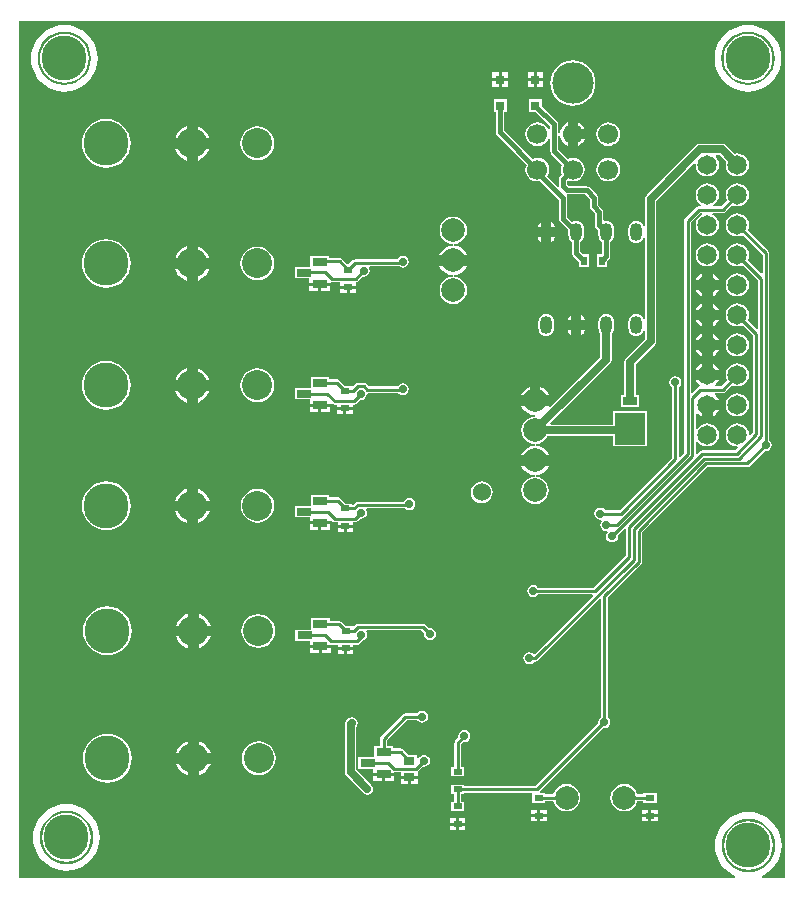
<source format=gbl>
G04*
G04 #@! TF.GenerationSoftware,Altium Limited,Altium Designer,18.1.6 (161)*
G04*
G04 Layer_Physical_Order=2*
G04 Layer_Color=16711680*
%FSLAX44Y44*%
%MOMM*%
G71*
G01*
G75*
%ADD12C,0.2540*%
%ADD40R,1.2500X0.6500*%
%ADD41R,1.2700X0.7620*%
%ADD42R,2.5400X2.6670*%
%ADD45R,0.9000X0.7000*%
%ADD46R,0.8000X0.5000*%
%ADD47R,0.5000X0.8000*%
%ADD53C,0.6350*%
%ADD56C,1.5240*%
%ADD57C,3.8100*%
%ADD58C,2.5400*%
%ADD59C,2.0000*%
%ADD60C,1.6510*%
%ADD61C,1.7000*%
%ADD62C,3.5000*%
%ADD63O,1.0160X1.5240*%
%ADD64C,0.7000*%
%ADD65R,0.8000X0.8000*%
%ADD66C,0.3810*%
G36*
X992917Y142531D02*
X997154Y141246D01*
X1001059Y139158D01*
X1004482Y136349D01*
X1007291Y132926D01*
X1009379Y129021D01*
X1010664Y124784D01*
X1011098Y120377D01*
X1010664Y115971D01*
X1009379Y111733D01*
X1007291Y107828D01*
X1004482Y104405D01*
X1001059Y101596D01*
X997154Y99509D01*
X992917Y98223D01*
X988510Y97789D01*
X984104Y98223D01*
X979866Y99509D01*
X975961Y101596D01*
X972538Y104405D01*
X969729Y107828D01*
X967642Y111733D01*
X966357Y115971D01*
X965922Y120377D01*
X966357Y124784D01*
X967642Y129021D01*
X969729Y132926D01*
X972538Y136349D01*
X975961Y139158D01*
X979866Y141246D01*
X984104Y142531D01*
X988510Y142965D01*
X992917Y142531D01*
D02*
G37*
G36*
X1019464Y632929D02*
X1019464Y543595D01*
X1019464Y543595D01*
X1019464Y543595D01*
X1019464Y364927D01*
X1019465Y275593D01*
Y93195D01*
X999879D01*
X999626Y94465D01*
X1001350Y95179D01*
X1005134Y97497D01*
X1008508Y100379D01*
X1011390Y103754D01*
X1013709Y107538D01*
X1015407Y111638D01*
X1016443Y115953D01*
X1016792Y120377D01*
X1016443Y124801D01*
X1015407Y129117D01*
X1013709Y133217D01*
X1011390Y137001D01*
X1008508Y140375D01*
X1005134Y143257D01*
X1001350Y145576D01*
X997250Y147274D01*
X992934Y148310D01*
X988510Y148659D01*
X984086Y148310D01*
X979771Y147274D01*
X975671Y145576D01*
X971887Y143257D01*
X968512Y140375D01*
X965630Y137001D01*
X963312Y133217D01*
X961613Y129117D01*
X960577Y124801D01*
X960229Y120377D01*
X960577Y115953D01*
X961613Y111638D01*
X963312Y107538D01*
X965630Y103754D01*
X968512Y100379D01*
X971887Y97497D01*
X975671Y95179D01*
X977394Y94465D01*
X977142Y93195D01*
X371038Y93195D01*
X371038Y818578D01*
X1019464D01*
X1019464Y632929D01*
D02*
G37*
%LPC*%
G36*
X988510Y141051D02*
X984477Y140654D01*
X980599Y139477D01*
X977025Y137567D01*
X973892Y134996D01*
X971321Y131863D01*
X969410Y128289D01*
X968234Y124410D01*
X967837Y120377D01*
X968234Y116344D01*
X969410Y112466D01*
X971321Y108892D01*
X973892Y105759D01*
X977025Y103188D01*
X980599Y101277D01*
X984477Y100101D01*
X988510Y99704D01*
X992543Y100101D01*
X996422Y101277D01*
X999996Y103188D01*
X1003129Y105759D01*
X1005700Y108892D01*
X1007610Y112466D01*
X1008787Y116344D01*
X1009184Y120377D01*
X1008787Y124410D01*
X1007610Y128289D01*
X1005700Y131863D01*
X1003129Y134996D01*
X999996Y137567D01*
X996422Y139477D01*
X992543Y140654D01*
X988510Y141051D01*
D02*
G37*
G36*
X814690Y775362D02*
X809460D01*
Y770132D01*
X814690D01*
Y775362D01*
D02*
G37*
G36*
X784690D02*
X779460D01*
Y770132D01*
X784690D01*
Y775362D01*
D02*
G37*
G36*
X806920D02*
X801690D01*
Y770132D01*
X806920D01*
Y775362D01*
D02*
G37*
G36*
X776920D02*
X771690D01*
Y770132D01*
X776920D01*
Y775362D01*
D02*
G37*
G36*
X814690Y767592D02*
X809460D01*
Y762362D01*
X814690D01*
Y767592D01*
D02*
G37*
G36*
X806920D02*
X801690D01*
Y762362D01*
X806920D01*
Y767592D01*
D02*
G37*
G36*
X784690D02*
X779460D01*
Y762362D01*
X784690D01*
Y767592D01*
D02*
G37*
G36*
X776920D02*
X771690D01*
Y762362D01*
X776920D01*
Y767592D01*
D02*
G37*
G36*
X988137Y815131D02*
X983713Y814783D01*
X979398Y813747D01*
X975298Y812048D01*
X971514Y809730D01*
X968139Y806848D01*
X965257Y803473D01*
X962938Y799689D01*
X961240Y795589D01*
X960204Y791274D01*
X959856Y786850D01*
X960204Y782426D01*
X961240Y778110D01*
X962938Y774010D01*
X965257Y770226D01*
X968139Y766852D01*
X971514Y763970D01*
X975298Y761651D01*
X979398Y759953D01*
X983713Y758917D01*
X988137Y758568D01*
X992561Y758917D01*
X996876Y759953D01*
X1000976Y761651D01*
X1004760Y763970D01*
X1008135Y766852D01*
X1011017Y770226D01*
X1013336Y774010D01*
X1015034Y778110D01*
X1016070Y782426D01*
X1016418Y786850D01*
X1016070Y791274D01*
X1015034Y795589D01*
X1013336Y799689D01*
X1011017Y803473D01*
X1008135Y806848D01*
X1004760Y809730D01*
X1000976Y812048D01*
X996876Y813747D01*
X992561Y814783D01*
X988137Y815131D01*
D02*
G37*
G36*
X409279Y815114D02*
X404855Y814766D01*
X400539Y813730D01*
X396439Y812031D01*
X392655Y809713D01*
X389281Y806831D01*
X386399Y803456D01*
X384080Y799672D01*
X382382Y795572D01*
X381346Y791257D01*
X380998Y786833D01*
X381346Y782409D01*
X382382Y778093D01*
X384080Y773993D01*
X386399Y770210D01*
X389281Y766835D01*
X392655Y763953D01*
X396439Y761634D01*
X400539Y759936D01*
X404855Y758900D01*
X409279Y758552D01*
X413703Y758900D01*
X418018Y759936D01*
X422118Y761634D01*
X425902Y763953D01*
X429277Y766835D01*
X432159Y770210D01*
X434477Y773993D01*
X436176Y778093D01*
X437212Y782409D01*
X437560Y786833D01*
X437212Y791257D01*
X436176Y795572D01*
X434477Y799672D01*
X432159Y803456D01*
X429277Y806831D01*
X425902Y809713D01*
X422118Y812031D01*
X418018Y813730D01*
X413703Y814766D01*
X409279Y815114D01*
D02*
G37*
G36*
X839851Y784999D02*
X836121Y784632D01*
X832535Y783544D01*
X829230Y781777D01*
X826334Y779400D01*
X823956Y776503D01*
X822190Y773198D01*
X821102Y769612D01*
X820735Y765883D01*
X821102Y762153D01*
X822190Y758567D01*
X823956Y755262D01*
X826334Y752366D01*
X829230Y749988D01*
X832535Y748222D01*
X836121Y747134D01*
X839851Y746767D01*
X843580Y747134D01*
X847166Y748222D01*
X850471Y749988D01*
X853368Y752366D01*
X855745Y755262D01*
X857512Y758567D01*
X858599Y762153D01*
X858967Y765883D01*
X858599Y769612D01*
X857512Y773198D01*
X855745Y776503D01*
X853368Y779400D01*
X850471Y781777D01*
X847166Y783544D01*
X843580Y784632D01*
X839851Y784999D01*
D02*
G37*
G36*
X844296Y732748D02*
Y727128D01*
X849916D01*
X849459Y728230D01*
X847696Y730528D01*
X845398Y732291D01*
X844296Y732748D01*
D02*
G37*
G36*
X813714Y752386D02*
X802666D01*
Y741338D01*
X808770D01*
X820654Y729454D01*
Y726114D01*
X819384Y725862D01*
X818607Y727738D01*
X817000Y729832D01*
X814906Y731439D01*
X812467Y732449D01*
X809851Y732793D01*
X807234Y732449D01*
X804796Y731439D01*
X802701Y729832D01*
X801095Y727738D01*
X800085Y725300D01*
X799740Y722683D01*
X800085Y720066D01*
X801095Y717627D01*
X802701Y715534D01*
X804796Y713927D01*
X807234Y712917D01*
X809851Y712572D01*
X812467Y712917D01*
X814906Y713927D01*
X817000Y715534D01*
X818607Y717627D01*
X819384Y719504D01*
X820654Y719251D01*
Y708383D01*
X820920Y707046D01*
X821678Y705911D01*
X830731Y696859D01*
X830085Y695300D01*
X829740Y692683D01*
X830085Y690066D01*
X830731Y688507D01*
X829059Y686835D01*
X828301Y685701D01*
X828035Y684363D01*
Y678736D01*
X826936Y678182D01*
X826808Y678166D01*
X818060Y686915D01*
X818607Y687627D01*
X819617Y690066D01*
X819961Y692683D01*
X819617Y695300D01*
X818607Y697738D01*
X817000Y699832D01*
X814906Y701439D01*
X812467Y702449D01*
X809851Y702793D01*
X807234Y702449D01*
X805675Y701803D01*
X781686Y725792D01*
Y741338D01*
X783714D01*
Y752386D01*
X772666D01*
Y741338D01*
X774694D01*
Y724343D01*
X774960Y723006D01*
X775718Y721871D01*
X800731Y696859D01*
X800085Y695300D01*
X799740Y692683D01*
X800085Y690066D01*
X801095Y687627D01*
X802701Y685534D01*
X804796Y683927D01*
X807234Y682917D01*
X809851Y682572D01*
X812204Y682882D01*
X827817Y667268D01*
Y651158D01*
X828083Y649819D01*
X828841Y648685D01*
X836049Y641478D01*
Y637221D01*
X836276Y635497D01*
X836941Y633890D01*
X838000Y632511D01*
X839214Y631579D01*
Y622120D01*
X839480Y620782D01*
X840238Y619648D01*
X845351Y614534D01*
Y609931D01*
X853400D01*
Y620979D01*
X848796D01*
X846206Y623568D01*
Y631579D01*
X847420Y632511D01*
X848478Y633890D01*
X849144Y635497D01*
X849371Y637221D01*
Y642301D01*
X849144Y644025D01*
X848478Y645631D01*
X847420Y647011D01*
X846040Y648069D01*
X844434Y648735D01*
X842710Y648962D01*
X840986Y648735D01*
X839379Y648069D01*
X839360Y648055D01*
X834809Y652606D01*
Y668717D01*
X834543Y670054D01*
X834336Y670364D01*
X834546Y670931D01*
X835058Y671570D01*
X850161D01*
X854190Y667542D01*
Y661373D01*
X854456Y660035D01*
X855214Y658901D01*
X858515Y655600D01*
Y645349D01*
X858781Y644011D01*
X859539Y642877D01*
X861449Y640966D01*
Y637221D01*
X861676Y635497D01*
X862341Y633890D01*
X863400Y632511D01*
X864614Y631579D01*
Y620979D01*
X860351D01*
Y609931D01*
X868400D01*
Y614534D01*
X870582Y616717D01*
X870582Y616717D01*
X871340Y617851D01*
X871606Y619189D01*
Y631579D01*
X872820Y632511D01*
X873878Y633890D01*
X874544Y635497D01*
X874771Y637221D01*
Y642301D01*
X874544Y644025D01*
X873878Y645631D01*
X872820Y647011D01*
X871440Y648069D01*
X869834Y648735D01*
X868110Y648962D01*
X866777Y648786D01*
X865507Y649582D01*
Y657048D01*
X865507Y657048D01*
X865241Y658386D01*
X864483Y659520D01*
X864483Y659520D01*
X861182Y662821D01*
Y668990D01*
X861182Y668990D01*
X860916Y670328D01*
X860158Y671462D01*
X860158Y671462D01*
X854081Y677539D01*
X852947Y678297D01*
X851609Y678563D01*
X836230D01*
X835027Y679765D01*
Y682551D01*
X836102Y683386D01*
X837234Y682917D01*
X839851Y682572D01*
X842467Y682917D01*
X844906Y683927D01*
X847000Y685534D01*
X848607Y687627D01*
X849617Y690066D01*
X849961Y692683D01*
X849617Y695300D01*
X848607Y697738D01*
X847000Y699832D01*
X844906Y701439D01*
X842467Y702449D01*
X839851Y702793D01*
X837234Y702449D01*
X835675Y701803D01*
X827646Y709832D01*
Y721381D01*
X828916Y721465D01*
X829134Y719811D01*
X830242Y717135D01*
X832005Y714837D01*
X834303Y713074D01*
X835406Y712618D01*
Y722683D01*
Y732748D01*
X834303Y732291D01*
X832005Y730528D01*
X830242Y728230D01*
X829134Y725554D01*
X828916Y723901D01*
X827646Y723984D01*
Y730902D01*
X827380Y732240D01*
X826622Y733374D01*
X813714Y746283D01*
Y752386D01*
D02*
G37*
G36*
X522038Y729302D02*
Y719212D01*
X532129D01*
X531704Y720612D01*
X530293Y723252D01*
X528393Y725567D01*
X526079Y727466D01*
X523438Y728878D01*
X522038Y729302D01*
D02*
G37*
G36*
X513148D02*
X511748Y728878D01*
X509108Y727466D01*
X506793Y725567D01*
X504894Y723252D01*
X503482Y720612D01*
X503058Y719212D01*
X513148D01*
Y729302D01*
D02*
G37*
G36*
X849916Y718238D02*
X844296D01*
Y712618D01*
X845398Y713074D01*
X847696Y714837D01*
X849459Y717135D01*
X849916Y718238D01*
D02*
G37*
G36*
X869851Y732793D02*
X867234Y732449D01*
X864796Y731439D01*
X862701Y729832D01*
X861095Y727738D01*
X860085Y725300D01*
X859740Y722683D01*
X860085Y720066D01*
X861095Y717627D01*
X862701Y715534D01*
X864796Y713927D01*
X867234Y712917D01*
X869851Y712572D01*
X872467Y712917D01*
X874906Y713927D01*
X877000Y715534D01*
X878607Y717627D01*
X879617Y720066D01*
X879961Y722683D01*
X879617Y725300D01*
X878607Y727738D01*
X877000Y729832D01*
X874906Y731439D01*
X872467Y732449D01*
X869851Y732793D01*
D02*
G37*
G36*
X572711Y729114D02*
X568998Y728625D01*
X565538Y727191D01*
X562567Y724911D01*
X560287Y721940D01*
X558853Y718480D01*
X558365Y714767D01*
X558853Y711054D01*
X560287Y707594D01*
X562567Y704622D01*
X565538Y702342D01*
X568998Y700909D01*
X572711Y700420D01*
X576424Y700909D01*
X579885Y702342D01*
X582856Y704622D01*
X585136Y707594D01*
X586569Y711054D01*
X587058Y714767D01*
X586569Y718480D01*
X585136Y721940D01*
X582856Y724911D01*
X579885Y727191D01*
X576424Y728625D01*
X572711Y729114D01*
D02*
G37*
G36*
X532129Y710322D02*
X522038D01*
Y700231D01*
X523438Y700656D01*
X526079Y702067D01*
X528393Y703967D01*
X530293Y706281D01*
X531704Y708922D01*
X532129Y710322D01*
D02*
G37*
G36*
X513148D02*
X503058D01*
X503482Y708922D01*
X504894Y706281D01*
X506793Y703967D01*
X509108Y702067D01*
X511748Y700656D01*
X513148Y700231D01*
Y710322D01*
D02*
G37*
G36*
X444695Y735440D02*
X440662Y735043D01*
X436784Y733867D01*
X433210Y731956D01*
X430077Y729385D01*
X427506Y726252D01*
X425596Y722678D01*
X424419Y718800D01*
X424022Y714767D01*
X424419Y710734D01*
X425596Y706855D01*
X427506Y703281D01*
X430077Y700148D01*
X433210Y697577D01*
X436784Y695667D01*
X440662Y694491D01*
X444695Y694093D01*
X448728Y694491D01*
X452607Y695667D01*
X456181Y697577D01*
X459314Y700148D01*
X461885Y703281D01*
X463795Y706855D01*
X464972Y710734D01*
X465369Y714767D01*
X464972Y718800D01*
X463795Y722678D01*
X461885Y726252D01*
X459314Y729385D01*
X456181Y731956D01*
X452607Y733867D01*
X448728Y735043D01*
X444695Y735440D01*
D02*
G37*
G36*
X966102Y714442D02*
X947487D01*
X945653Y714077D01*
X944099Y713039D01*
X902295Y671234D01*
X901256Y669680D01*
X900891Y667847D01*
Y645056D01*
X899622Y644803D01*
X899278Y645631D01*
X898220Y647011D01*
X896840Y648069D01*
X895234Y648735D01*
X893510Y648962D01*
X891786Y648735D01*
X890179Y648069D01*
X888800Y647011D01*
X887741Y645631D01*
X887076Y644025D01*
X886849Y642301D01*
Y637221D01*
X887076Y635497D01*
X887741Y633890D01*
X888800Y632511D01*
X890179Y631452D01*
X891786Y630787D01*
X893510Y630560D01*
X895234Y630787D01*
X896840Y631452D01*
X898220Y632511D01*
X899278Y633890D01*
X899622Y634718D01*
X900891Y634466D01*
Y566316D01*
X899622Y566063D01*
X899278Y566891D01*
X898220Y568271D01*
X896840Y569329D01*
X895234Y569995D01*
X893510Y570222D01*
X891786Y569995D01*
X890179Y569329D01*
X888800Y568271D01*
X887741Y566891D01*
X887076Y565285D01*
X886849Y563561D01*
Y558481D01*
X887076Y556757D01*
X887741Y555150D01*
X888800Y553771D01*
X890179Y552712D01*
X891786Y552047D01*
X893510Y551820D01*
X895234Y552047D01*
X896840Y552712D01*
X898220Y553771D01*
X899278Y555150D01*
X899622Y555978D01*
X900891Y555726D01*
Y549280D01*
X884702Y533091D01*
X883664Y531537D01*
X883299Y529703D01*
Y502134D01*
X880216D01*
Y491466D01*
X895964D01*
Y502134D01*
X892881D01*
Y527719D01*
X909070Y543908D01*
X910109Y545462D01*
X910474Y547296D01*
Y665862D01*
X942694Y698083D01*
X943897Y697489D01*
X943793Y696697D01*
X944129Y694144D01*
X945114Y691765D01*
X946682Y689722D01*
X948724Y688155D01*
X951103Y687170D01*
X953656Y686833D01*
X956209Y687170D01*
X958588Y688155D01*
X960631Y689722D01*
X962198Y691765D01*
X963183Y694144D01*
X963520Y696697D01*
X963183Y699250D01*
X962198Y701628D01*
X960693Y703590D01*
X960792Y704147D01*
X961034Y704860D01*
X964118D01*
X969587Y699390D01*
X969529Y699250D01*
X969193Y696697D01*
X969529Y694144D01*
X970514Y691765D01*
X972082Y689722D01*
X974124Y688155D01*
X976503Y687170D01*
X979056Y686833D01*
X981609Y687170D01*
X983988Y688155D01*
X986031Y689722D01*
X987598Y691765D01*
X988583Y694144D01*
X988920Y696697D01*
X988583Y699250D01*
X987598Y701628D01*
X986031Y703671D01*
X983988Y705239D01*
X981609Y706224D01*
X979056Y706560D01*
X976503Y706224D01*
X976363Y706166D01*
X969490Y713039D01*
X967936Y714077D01*
X966102Y714442D01*
D02*
G37*
G36*
X869851Y702793D02*
X867234Y702449D01*
X864796Y701439D01*
X862701Y699832D01*
X861095Y697738D01*
X860085Y695300D01*
X859740Y692683D01*
X860085Y690066D01*
X861095Y687627D01*
X862701Y685534D01*
X864796Y683927D01*
X867234Y682917D01*
X869851Y682572D01*
X872467Y682917D01*
X874906Y683927D01*
X877000Y685534D01*
X878607Y687627D01*
X879617Y690066D01*
X879961Y692683D01*
X879617Y695300D01*
X878607Y697738D01*
X877000Y699832D01*
X874906Y701439D01*
X872467Y702449D01*
X869851Y702793D01*
D02*
G37*
G36*
X979056Y681160D02*
X976503Y680824D01*
X974124Y679839D01*
X972082Y678271D01*
X970514Y676228D01*
X969529Y673850D01*
X969193Y671297D01*
X969529Y668744D01*
X970392Y666661D01*
X965393Y661662D01*
X959154D01*
X958985Y661988D01*
X958819Y662932D01*
X960631Y664322D01*
X962198Y666365D01*
X963183Y668744D01*
X963520Y671297D01*
X963183Y673850D01*
X962198Y676228D01*
X960631Y678271D01*
X958588Y679839D01*
X956209Y680824D01*
X953656Y681160D01*
X951103Y680824D01*
X948724Y679839D01*
X946682Y678271D01*
X945114Y676228D01*
X944129Y673850D01*
X943793Y671297D01*
X944129Y668744D01*
X945114Y666365D01*
X946682Y664322D01*
X948493Y662932D01*
X948327Y661988D01*
X948158Y661662D01*
X946573D01*
X946573Y661662D01*
X945483Y661445D01*
X944559Y660828D01*
X944559Y660828D01*
X934947Y651216D01*
X934329Y650291D01*
X934112Y649201D01*
X934112Y649201D01*
Y452936D01*
X930686Y449510D01*
X929513Y449996D01*
Y508472D01*
X930286Y508989D01*
X931397Y510651D01*
X931787Y512611D01*
X931397Y514571D01*
X930286Y516233D01*
X928625Y517343D01*
X926664Y517733D01*
X924704Y517343D01*
X923042Y516233D01*
X921932Y514571D01*
X921542Y512611D01*
X921932Y510651D01*
X923042Y508989D01*
X923816Y508472D01*
Y448387D01*
X879576Y404147D01*
X867188D01*
X866671Y404921D01*
X865009Y406031D01*
X863049Y406421D01*
X861088Y406031D01*
X859427Y404921D01*
X858316Y403259D01*
X857926Y401299D01*
X858316Y399338D01*
X859427Y397677D01*
X861088Y396566D01*
X863049Y396176D01*
X863608Y396287D01*
X863937Y395868D01*
X864237Y395118D01*
X863259Y393654D01*
X862869Y391693D01*
X863259Y389733D01*
X864370Y388071D01*
X866031Y386961D01*
X867992Y386571D01*
X868551Y386682D01*
X868879Y386263D01*
X869180Y385513D01*
X868202Y384048D01*
X867812Y382088D01*
X868202Y380128D01*
X869312Y378466D01*
X870974Y377356D01*
X872934Y376966D01*
X874895Y377356D01*
X876556Y378466D01*
X877667Y380128D01*
X878057Y382088D01*
X877893Y382912D01*
X883380Y388399D01*
X884553Y387913D01*
Y366092D01*
X857156Y338695D01*
X810410D01*
X809893Y339468D01*
X808232Y340579D01*
X806271Y340969D01*
X804311Y340579D01*
X802649Y339468D01*
X801539Y337807D01*
X801149Y335846D01*
X801539Y333886D01*
X802649Y332224D01*
X804311Y331114D01*
X806271Y330724D01*
X808232Y331114D01*
X809893Y332224D01*
X810410Y332998D01*
X856450D01*
X856936Y331824D01*
X807588Y282476D01*
X806622Y282571D01*
X804961Y283682D01*
X803000Y284071D01*
X801040Y283682D01*
X799378Y282571D01*
X798268Y280909D01*
X797878Y278949D01*
X798268Y276989D01*
X799378Y275327D01*
X801040Y274216D01*
X803000Y273827D01*
X804961Y274216D01*
X806622Y275327D01*
X807139Y276100D01*
X808090D01*
X808090Y276100D01*
X809180Y276317D01*
X810104Y276935D01*
X862383Y329214D01*
X863557Y328728D01*
Y228958D01*
X862783Y228441D01*
X861673Y226779D01*
X861283Y224819D01*
X861464Y223907D01*
X808335Y170777D01*
X747816D01*
Y171952D01*
X736769D01*
Y163904D01*
X739444D01*
Y157398D01*
X736769D01*
Y149350D01*
X747816D01*
Y157398D01*
X745141D01*
Y163904D01*
X747816D01*
Y165080D01*
X804468D01*
X805589Y164720D01*
X805589Y163810D01*
Y156672D01*
X816637D01*
Y157848D01*
X823286D01*
X823291Y157815D01*
X824452Y155012D01*
X826299Y152604D01*
X828706Y150757D01*
X831510Y149596D01*
X834518Y149200D01*
X837526Y149596D01*
X840330Y150757D01*
X842737Y152604D01*
X844584Y155012D01*
X845745Y157815D01*
X846142Y160823D01*
X845745Y163832D01*
X844584Y166635D01*
X842737Y169042D01*
X840330Y170889D01*
X837526Y172051D01*
X834518Y172447D01*
X831510Y172051D01*
X828706Y170889D01*
X826299Y169042D01*
X824452Y166635D01*
X823291Y163832D01*
X823253Y163545D01*
X816637D01*
Y164720D01*
X812029D01*
X811633Y165665D01*
X811605Y165990D01*
X865493Y219878D01*
X866405Y219697D01*
X868365Y220086D01*
X870027Y221197D01*
X871138Y222859D01*
X871528Y224819D01*
X871138Y226779D01*
X870027Y228441D01*
X869254Y228958D01*
Y330337D01*
X897544Y358627D01*
X897544Y358627D01*
X898162Y359551D01*
X898379Y360642D01*
X898378Y360642D01*
Y385494D01*
X953848Y440963D01*
X987491D01*
X987492Y440963D01*
X988582Y441180D01*
X989506Y441797D01*
X1002148Y454439D01*
X1003048Y454260D01*
X1005008Y454650D01*
X1006670Y455760D01*
X1007781Y457422D01*
X1008171Y459382D01*
X1007781Y461343D01*
X1006670Y463004D01*
X1006196Y463321D01*
Y621605D01*
X1006196Y621605D01*
X1005979Y622696D01*
X1005362Y623620D01*
X987721Y641261D01*
X988583Y643344D01*
X988920Y645897D01*
X988583Y648450D01*
X987598Y650828D01*
X986031Y652871D01*
X983988Y654439D01*
X981609Y655424D01*
X979056Y655760D01*
X976503Y655424D01*
X974124Y654439D01*
X972082Y652871D01*
X970514Y650828D01*
X969529Y648450D01*
X969193Y645897D01*
X969529Y643344D01*
X970514Y640965D01*
X972082Y638922D01*
X974124Y637355D01*
X976503Y636370D01*
X979056Y636034D01*
X981609Y636370D01*
X983692Y637232D01*
X1000499Y620425D01*
Y604742D01*
X999325Y604256D01*
X987721Y615861D01*
X988583Y617944D01*
X988920Y620497D01*
X988583Y623050D01*
X987598Y625429D01*
X986031Y627471D01*
X983988Y629039D01*
X981609Y630024D01*
X979056Y630360D01*
X976503Y630024D01*
X974124Y629039D01*
X972082Y627471D01*
X970514Y625429D01*
X969529Y623050D01*
X969193Y620497D01*
X969529Y617944D01*
X970514Y615565D01*
X972082Y613522D01*
X974124Y611955D01*
X976503Y610970D01*
X979056Y610634D01*
X981609Y610970D01*
X983692Y611832D01*
X996435Y599090D01*
Y558006D01*
X995261Y557520D01*
X987721Y565061D01*
X988583Y567144D01*
X988920Y569697D01*
X988583Y572250D01*
X987598Y574628D01*
X986031Y576671D01*
X983988Y578239D01*
X981609Y579224D01*
X979056Y579560D01*
X976503Y579224D01*
X974124Y578239D01*
X972082Y576671D01*
X970514Y574628D01*
X969529Y572250D01*
X969193Y569697D01*
X969529Y567144D01*
X970514Y564765D01*
X972082Y562722D01*
X974124Y561155D01*
X976503Y560170D01*
X979056Y559833D01*
X981609Y560170D01*
X983692Y561032D01*
X992371Y552354D01*
Y469815D01*
X990053Y467497D01*
X989284Y467877D01*
X988912Y468152D01*
X988583Y470650D01*
X987598Y473028D01*
X986031Y475071D01*
X983988Y476639D01*
X981609Y477624D01*
X979056Y477960D01*
X976503Y477624D01*
X974124Y476639D01*
X972082Y475071D01*
X970514Y473028D01*
X969529Y470650D01*
X969193Y468097D01*
X969529Y465544D01*
X970514Y463165D01*
X972082Y461122D01*
X974124Y459555D01*
X976503Y458570D01*
X979001Y458241D01*
X979276Y457869D01*
X979656Y457099D01*
X977344Y454788D01*
X949301D01*
X949301Y454788D01*
X948211Y454571D01*
X947287Y453954D01*
X947286Y453954D01*
X945047Y451714D01*
X943874Y452200D01*
Y462841D01*
X945018Y463140D01*
X945144Y463127D01*
X946682Y461122D01*
X948724Y459555D01*
X951103Y458570D01*
X953656Y458233D01*
X956209Y458570D01*
X958588Y459555D01*
X960631Y461122D01*
X962198Y463165D01*
X963183Y465544D01*
X963520Y468097D01*
X963183Y470650D01*
X962198Y473028D01*
X960631Y475071D01*
X958588Y476639D01*
X956209Y477624D01*
X953656Y477960D01*
X951103Y477624D01*
X948724Y476639D01*
X946682Y475071D01*
X945144Y473067D01*
X945018Y473054D01*
X943874Y473353D01*
Y486492D01*
X945144Y486923D01*
X945986Y485826D01*
X948232Y484102D01*
X949211Y483697D01*
Y493497D01*
X953656D01*
Y497942D01*
X963456D01*
X963051Y498921D01*
X961327Y501167D01*
X959880Y502277D01*
X960311Y503547D01*
X966555D01*
X966555Y503547D01*
X967645Y503764D01*
X968570Y504382D01*
X974420Y510232D01*
X976503Y509370D01*
X979056Y509034D01*
X981609Y509370D01*
X983988Y510355D01*
X986031Y511922D01*
X987598Y513965D01*
X988583Y516344D01*
X988920Y518897D01*
X988583Y521450D01*
X987598Y523829D01*
X986031Y525871D01*
X983988Y527439D01*
X981609Y528424D01*
X979056Y528760D01*
X976503Y528424D01*
X974124Y527439D01*
X972082Y525871D01*
X970514Y523829D01*
X969529Y521450D01*
X969193Y518897D01*
X969529Y516344D01*
X970392Y514261D01*
X965375Y509245D01*
X960830D01*
X960399Y510515D01*
X961327Y511226D01*
X963051Y513473D01*
X963456Y514452D01*
X953656D01*
X943856D01*
X944262Y513473D01*
X945986Y511226D01*
X947090Y510379D01*
X946806Y509028D01*
X945882Y508410D01*
X945882Y508410D01*
X940983Y503511D01*
X939810Y503997D01*
Y648021D01*
X947753Y655965D01*
X949089D01*
X949342Y654695D01*
X948724Y654439D01*
X946682Y652871D01*
X945114Y650828D01*
X944129Y648450D01*
X943793Y645897D01*
X944129Y643344D01*
X945114Y640965D01*
X946682Y638922D01*
X948724Y637355D01*
X951103Y636370D01*
X953656Y636034D01*
X956209Y636370D01*
X958588Y637355D01*
X960631Y638922D01*
X962198Y640965D01*
X963183Y643344D01*
X963520Y645897D01*
X963183Y648450D01*
X962198Y650828D01*
X960631Y652871D01*
X958588Y654439D01*
X957970Y654695D01*
X958223Y655965D01*
X966572D01*
X966573Y655965D01*
X967663Y656181D01*
X968587Y656799D01*
X974420Y662632D01*
X976503Y661770D01*
X979056Y661433D01*
X981609Y661770D01*
X983988Y662755D01*
X986031Y664322D01*
X987598Y666365D01*
X988583Y668744D01*
X988920Y671297D01*
X988583Y673850D01*
X987598Y676228D01*
X986031Y678271D01*
X983988Y679839D01*
X981609Y680824D01*
X979056Y681160D01*
D02*
G37*
G36*
X821755Y648444D02*
Y644206D01*
X824705D01*
X824695Y644280D01*
X823931Y646124D01*
X822716Y647707D01*
X821755Y648444D01*
D02*
G37*
G36*
X812865Y648444D02*
X811904Y647707D01*
X810689Y646124D01*
X809925Y644280D01*
X809915Y644206D01*
X812865D01*
Y648444D01*
D02*
G37*
G36*
Y635316D02*
X809915D01*
X809925Y635242D01*
X810689Y633398D01*
X811904Y631815D01*
X812865Y631077D01*
Y635316D01*
D02*
G37*
G36*
X824705D02*
X821755D01*
Y631077D01*
X822716Y631815D01*
X823931Y633398D01*
X824695Y635242D01*
X824705Y635316D01*
D02*
G37*
G36*
X738567Y652865D02*
X735559Y652469D01*
X732756Y651308D01*
X730348Y649461D01*
X728501Y647054D01*
X727340Y644250D01*
X726944Y641242D01*
X727340Y638233D01*
X728501Y635430D01*
X730348Y633023D01*
X732756Y631176D01*
X735559Y630014D01*
X737745Y629727D01*
X738141Y629675D01*
Y628394D01*
X737745Y628342D01*
X735304Y628020D01*
X732263Y626761D01*
X729652Y624757D01*
X727649Y622146D01*
X726879Y620287D01*
X738567D01*
X750256D01*
X749486Y622146D01*
X747483Y624757D01*
X744871Y626761D01*
X741831Y628020D01*
X739389Y628342D01*
X738994Y628394D01*
Y629675D01*
X739389Y629727D01*
X741576Y630014D01*
X744379Y631176D01*
X746786Y633023D01*
X748634Y635430D01*
X749795Y638233D01*
X750191Y641242D01*
X749795Y644250D01*
X748634Y647054D01*
X746786Y649461D01*
X744379Y651308D01*
X741576Y652469D01*
X738567Y652865D01*
D02*
G37*
G36*
X522038Y627650D02*
Y617560D01*
X532129D01*
X531704Y618960D01*
X530293Y621600D01*
X528393Y623915D01*
X526079Y625814D01*
X523438Y627225D01*
X522038Y627650D01*
D02*
G37*
G36*
X513148D02*
X511748Y627225D01*
X509108Y625814D01*
X506793Y623915D01*
X504894Y621600D01*
X503482Y618960D01*
X503058Y617560D01*
X513148D01*
Y627650D01*
D02*
G37*
G36*
X695886Y619700D02*
X693925Y619310D01*
X692264Y618200D01*
X691178Y616575D01*
X655232D01*
X655232Y616575D01*
X654141Y616358D01*
X653217Y615741D01*
X649505Y612028D01*
X644419Y617114D01*
X643495Y617732D01*
X642405Y617948D01*
X642404Y617948D01*
X633216D01*
Y619500D01*
X617668D01*
Y610000D01*
X604168D01*
Y600452D01*
X616692D01*
Y596996D01*
X625442D01*
X634853D01*
X635462Y597448D01*
X635741Y597392D01*
X635741Y597392D01*
X643005D01*
Y594269D01*
X649505D01*
X656005D01*
Y597417D01*
X656971Y597609D01*
X657895Y598227D01*
X661840Y602172D01*
X662705Y602000D01*
X664666Y602390D01*
X666328Y603500D01*
X667438Y605162D01*
X667828Y607122D01*
X667438Y609083D01*
X667087Y609608D01*
X667766Y610878D01*
X692381D01*
X693925Y609845D01*
X695886Y609455D01*
X697846Y609845D01*
X699508Y610956D01*
X700618Y612618D01*
X701008Y614578D01*
X700618Y616538D01*
X699508Y618200D01*
X697846Y619310D01*
X695886Y619700D01*
D02*
G37*
G36*
X953656Y630360D02*
X951103Y630024D01*
X948724Y629039D01*
X946682Y627471D01*
X945114Y625429D01*
X944129Y623050D01*
X943793Y620497D01*
X944129Y617944D01*
X945114Y615565D01*
X946682Y613522D01*
X948724Y611955D01*
X951103Y610970D01*
X953656Y610634D01*
X956209Y610970D01*
X958588Y611955D01*
X960631Y613522D01*
X962198Y615565D01*
X963183Y617944D01*
X963520Y620497D01*
X963183Y623050D01*
X962198Y625429D01*
X960631Y627471D01*
X958588Y629039D01*
X956209Y630024D01*
X953656Y630360D01*
D02*
G37*
G36*
X958101Y604897D02*
Y599542D01*
X963456D01*
X963051Y600521D01*
X961327Y602767D01*
X959080Y604491D01*
X958101Y604897D01*
D02*
G37*
G36*
X949211D02*
X948232Y604491D01*
X945986Y602767D01*
X944262Y600521D01*
X943856Y599542D01*
X949211D01*
Y604897D01*
D02*
G37*
G36*
X572711Y627461D02*
X568998Y626973D01*
X565538Y625539D01*
X562567Y623259D01*
X560287Y620288D01*
X558853Y616828D01*
X558365Y613115D01*
X558853Y609401D01*
X560287Y605941D01*
X562567Y602970D01*
X565538Y600690D01*
X568998Y599257D01*
X572711Y598768D01*
X576424Y599257D01*
X579885Y600690D01*
X582856Y602970D01*
X585136Y605941D01*
X586569Y609401D01*
X587058Y613115D01*
X586569Y616828D01*
X585136Y620288D01*
X582856Y623259D01*
X579885Y625539D01*
X576424Y626973D01*
X572711Y627461D01*
D02*
G37*
G36*
X532129Y608670D02*
X522038D01*
Y598579D01*
X523438Y599004D01*
X526079Y600415D01*
X528393Y602315D01*
X530293Y604629D01*
X531704Y607270D01*
X532129Y608670D01*
D02*
G37*
G36*
X513148D02*
X503058D01*
X503482Y607270D01*
X504894Y604629D01*
X506793Y602315D01*
X509108Y600415D01*
X511748Y599004D01*
X513148Y598579D01*
Y608670D01*
D02*
G37*
G36*
X444695Y633788D02*
X440662Y633391D01*
X436784Y632215D01*
X433210Y630304D01*
X430077Y627733D01*
X427506Y624600D01*
X425596Y621026D01*
X424419Y617148D01*
X424022Y613115D01*
X424419Y609081D01*
X425596Y605203D01*
X427506Y601629D01*
X430077Y598496D01*
X433210Y595925D01*
X436784Y594015D01*
X440662Y592838D01*
X444695Y592441D01*
X448728Y592838D01*
X452607Y594015D01*
X456181Y595925D01*
X459314Y598496D01*
X461885Y601629D01*
X463795Y605203D01*
X464972Y609081D01*
X465369Y613115D01*
X464972Y617148D01*
X463795Y621026D01*
X461885Y624600D01*
X459314Y627733D01*
X456181Y630304D01*
X452607Y632215D01*
X448728Y633391D01*
X444695Y633788D01*
D02*
G37*
G36*
X634192Y594456D02*
X626712D01*
Y589976D01*
X634192D01*
Y594456D01*
D02*
G37*
G36*
X624172D02*
X616692D01*
Y589976D01*
X624172D01*
Y594456D01*
D02*
G37*
G36*
X656005Y591730D02*
X650775D01*
Y587999D01*
X656005D01*
Y591730D01*
D02*
G37*
G36*
X648235D02*
X643005D01*
Y587999D01*
X648235D01*
Y591730D01*
D02*
G37*
G36*
X963456Y590652D02*
X958101D01*
Y585297D01*
X959080Y585702D01*
X961327Y587426D01*
X963051Y589673D01*
X963456Y590652D01*
D02*
G37*
G36*
X949211D02*
X943856D01*
X944262Y589673D01*
X945986Y587426D01*
X948232Y585702D01*
X949211Y585297D01*
Y590652D01*
D02*
G37*
G36*
X979056Y604960D02*
X976503Y604624D01*
X974124Y603639D01*
X972082Y602071D01*
X970514Y600028D01*
X969529Y597650D01*
X969193Y595097D01*
X969529Y592544D01*
X970514Y590165D01*
X972082Y588122D01*
X974124Y586555D01*
X976503Y585570D01*
X979056Y585233D01*
X981609Y585570D01*
X983988Y586555D01*
X986031Y588122D01*
X987598Y590165D01*
X988583Y592544D01*
X988920Y595097D01*
X988583Y597650D01*
X987598Y600028D01*
X986031Y602071D01*
X983988Y603639D01*
X981609Y604624D01*
X979056Y604960D01*
D02*
G37*
G36*
X750256Y611397D02*
X738567D01*
X726879D01*
X727649Y609538D01*
X729652Y606927D01*
X732263Y604923D01*
X735304Y603664D01*
X737745Y603342D01*
X738141Y603290D01*
Y602009D01*
X737745Y601957D01*
X735559Y601669D01*
X732756Y600508D01*
X730348Y598661D01*
X728501Y596254D01*
X727340Y593450D01*
X726944Y590442D01*
X727340Y587434D01*
X728501Y584630D01*
X730348Y582223D01*
X732756Y580376D01*
X735559Y579215D01*
X738567Y578819D01*
X741576Y579215D01*
X744379Y580376D01*
X746786Y582223D01*
X748634Y584630D01*
X749795Y587434D01*
X750191Y590442D01*
X749795Y593450D01*
X748634Y596254D01*
X746786Y598661D01*
X744379Y600508D01*
X741576Y601669D01*
X739389Y601957D01*
X738994Y602009D01*
Y603290D01*
X739389Y603342D01*
X741831Y603664D01*
X744871Y604923D01*
X747483Y606927D01*
X749486Y609538D01*
X750256Y611397D01*
D02*
G37*
G36*
X958101Y579497D02*
Y574142D01*
X963456D01*
X963051Y575121D01*
X961327Y577367D01*
X959080Y579091D01*
X958101Y579497D01*
D02*
G37*
G36*
X949211D02*
X948232Y579091D01*
X945986Y577367D01*
X944262Y575121D01*
X943856Y574142D01*
X949211D01*
Y579497D01*
D02*
G37*
G36*
X847155Y569704D02*
Y565466D01*
X850105D01*
X850095Y565540D01*
X849331Y567383D01*
X848116Y568967D01*
X847155Y569704D01*
D02*
G37*
G36*
X838265Y569704D02*
X837304Y568967D01*
X836089Y567383D01*
X835325Y565540D01*
X835315Y565466D01*
X838265D01*
Y569704D01*
D02*
G37*
G36*
X963456Y565252D02*
X958101D01*
Y559897D01*
X959080Y560302D01*
X961327Y562026D01*
X963051Y564273D01*
X963456Y565252D01*
D02*
G37*
G36*
X949211D02*
X943856D01*
X944262Y564273D01*
X945986Y562026D01*
X948232Y560302D01*
X949211Y559897D01*
Y565252D01*
D02*
G37*
G36*
X838265Y556576D02*
X835315D01*
X835325Y556502D01*
X836089Y554658D01*
X837304Y553075D01*
X838265Y552337D01*
Y556576D01*
D02*
G37*
G36*
X850105D02*
X847155D01*
Y552337D01*
X848116Y553075D01*
X849331Y554658D01*
X850095Y556502D01*
X850105Y556576D01*
D02*
G37*
G36*
X817310Y570222D02*
X815586Y569995D01*
X813979Y569329D01*
X812600Y568271D01*
X811541Y566891D01*
X810876Y565285D01*
X810649Y563561D01*
Y558481D01*
X810876Y556757D01*
X811541Y555150D01*
X812600Y553771D01*
X813979Y552712D01*
X815586Y552047D01*
X817310Y551820D01*
X819034Y552047D01*
X820640Y552712D01*
X822020Y553771D01*
X823079Y555150D01*
X823744Y556757D01*
X823971Y558481D01*
Y563561D01*
X823744Y565285D01*
X823079Y566891D01*
X822020Y568271D01*
X820640Y569329D01*
X819034Y569995D01*
X817310Y570222D01*
D02*
G37*
G36*
X958101Y554097D02*
Y548742D01*
X963456D01*
X963051Y549721D01*
X961327Y551967D01*
X959080Y553691D01*
X958101Y554097D01*
D02*
G37*
G36*
X949211D02*
X948232Y553691D01*
X945986Y551967D01*
X944262Y549721D01*
X943856Y548742D01*
X949211D01*
Y554097D01*
D02*
G37*
G36*
X963456Y539852D02*
X958101D01*
Y534497D01*
X959080Y534902D01*
X961327Y536626D01*
X963051Y538873D01*
X963456Y539852D01*
D02*
G37*
G36*
X949211D02*
X943856D01*
X944262Y538873D01*
X945986Y536626D01*
X948232Y534902D01*
X949211Y534497D01*
Y539852D01*
D02*
G37*
G36*
X979056Y554160D02*
X976503Y553824D01*
X974124Y552839D01*
X972082Y551271D01*
X970514Y549229D01*
X969529Y546850D01*
X969193Y544297D01*
X969529Y541744D01*
X970514Y539365D01*
X972082Y537322D01*
X974124Y535755D01*
X976503Y534770D01*
X979056Y534434D01*
X981609Y534770D01*
X983988Y535755D01*
X986031Y537322D01*
X987598Y539365D01*
X988583Y541744D01*
X988920Y544297D01*
X988583Y546850D01*
X987598Y549229D01*
X986031Y551271D01*
X983988Y552839D01*
X981609Y553824D01*
X979056Y554160D01*
D02*
G37*
G36*
X958101Y528697D02*
Y523342D01*
X963456D01*
X963051Y524321D01*
X961327Y526567D01*
X959080Y528291D01*
X958101Y528697D01*
D02*
G37*
G36*
X949211D02*
X948232Y528291D01*
X945986Y526567D01*
X944262Y524321D01*
X943856Y523342D01*
X949211D01*
Y528697D01*
D02*
G37*
G36*
X522038Y524419D02*
Y514329D01*
X532129D01*
X531704Y515728D01*
X530293Y518369D01*
X528393Y520684D01*
X526079Y522583D01*
X523438Y523994D01*
X522038Y524419D01*
D02*
G37*
G36*
X513148Y524419D02*
X511748Y523994D01*
X509108Y522583D01*
X506793Y520684D01*
X504894Y518369D01*
X503482Y515728D01*
X503058Y514329D01*
X513148D01*
Y524419D01*
D02*
G37*
G36*
X812295Y508839D02*
Y501595D01*
X819539D01*
X818769Y503454D01*
X816765Y506065D01*
X814154Y508069D01*
X812295Y508839D01*
D02*
G37*
G36*
X803405D02*
X801546Y508069D01*
X798935Y506065D01*
X796931Y503454D01*
X796161Y501595D01*
X803405D01*
Y508839D01*
D02*
G37*
G36*
X633507Y517079D02*
X617959D01*
Y507579D01*
X604459D01*
Y498031D01*
X616983D01*
Y494575D01*
X625733D01*
X634551D01*
X635657Y495033D01*
X636126Y494563D01*
X636126Y494563D01*
X637050Y493945D01*
X638141Y493728D01*
X638141Y493728D01*
X640413D01*
Y491799D01*
X646913D01*
X653413D01*
Y493037D01*
X654472Y493728D01*
X655562Y493945D01*
X656486Y494563D01*
X659466Y497543D01*
X660379Y497362D01*
X662339Y497752D01*
X664001Y498862D01*
X665111Y500524D01*
X665501Y502484D01*
X666589Y503522D01*
X691931D01*
X692264Y503024D01*
X693925Y501914D01*
X695886Y501524D01*
X697846Y501914D01*
X699508Y503024D01*
X700618Y504686D01*
X701008Y506646D01*
X700618Y508607D01*
X699508Y510269D01*
X697846Y511379D01*
X695886Y511769D01*
X693925Y511379D01*
X692264Y510269D01*
X691563Y509220D01*
X667011D01*
X665128Y511102D01*
X664204Y511720D01*
X663114Y511937D01*
X663114Y511937D01*
X657643D01*
X656553Y511720D01*
X655629Y511102D01*
X655629Y511102D01*
X653707Y509180D01*
X652437Y509553D01*
Y509553D01*
X646917D01*
X642152Y514319D01*
X641228Y514936D01*
X640137Y515153D01*
X640137Y515153D01*
X633507D01*
Y517079D01*
D02*
G37*
G36*
X572711Y524230D02*
X568998Y523741D01*
X565538Y522308D01*
X562567Y520028D01*
X560287Y517057D01*
X558853Y513597D01*
X558365Y509884D01*
X558853Y506170D01*
X560287Y502710D01*
X562567Y499739D01*
X565538Y497459D01*
X568998Y496026D01*
X572711Y495537D01*
X576424Y496026D01*
X579885Y497459D01*
X582856Y499739D01*
X585136Y502710D01*
X586569Y506170D01*
X587058Y509884D01*
X586569Y513597D01*
X585136Y517057D01*
X582856Y520028D01*
X579885Y522308D01*
X576424Y523741D01*
X572711Y524230D01*
D02*
G37*
G36*
X532129Y505439D02*
X522038D01*
Y495348D01*
X523438Y495773D01*
X526079Y497184D01*
X528393Y499084D01*
X530293Y501398D01*
X531704Y504039D01*
X532129Y505439D01*
D02*
G37*
G36*
X513148D02*
X503058D01*
X503482Y504039D01*
X504894Y501398D01*
X506793Y499084D01*
X509108Y497184D01*
X511748Y495773D01*
X513148Y495348D01*
Y505439D01*
D02*
G37*
G36*
X868110Y570222D02*
X866386Y569995D01*
X864779Y569329D01*
X863400Y568271D01*
X862341Y566891D01*
X861676Y565285D01*
X861449Y563561D01*
Y558481D01*
X861676Y556757D01*
X862341Y555150D01*
X863000Y554292D01*
Y533675D01*
X820124Y490800D01*
X819048Y491519D01*
X819539Y492705D01*
X807850D01*
X796161D01*
X796931Y490846D01*
X798935Y488235D01*
X801546Y486231D01*
X804587Y484972D01*
X807028Y484650D01*
X807424Y484598D01*
Y483317D01*
X807028Y483265D01*
X804842Y482977D01*
X802038Y481816D01*
X799631Y479969D01*
X797784Y477562D01*
X796623Y474758D01*
X796227Y471750D01*
X796623Y468742D01*
X797784Y465938D01*
X799631Y463531D01*
X802038Y461684D01*
X804842Y460523D01*
X807028Y460235D01*
X807424Y460183D01*
Y458902D01*
X807028Y458850D01*
X804587Y458528D01*
X801546Y457269D01*
X798935Y455265D01*
X796931Y452654D01*
X796161Y450795D01*
X807850D01*
X819539D01*
X818769Y452654D01*
X816765Y455265D01*
X814154Y457269D01*
X811113Y458528D01*
X808672Y458850D01*
X808277Y458902D01*
Y460183D01*
X808672Y460235D01*
X810859Y460523D01*
X813662Y461684D01*
X816069Y463531D01*
X817916Y465938D01*
X818339Y466959D01*
X873866D01*
Y458446D01*
X902314D01*
Y488164D01*
X873866D01*
Y476541D01*
X821076D01*
X820590Y477715D01*
X871179Y528303D01*
X872217Y529857D01*
X872582Y531691D01*
Y553588D01*
X872820Y553771D01*
X873878Y555150D01*
X874544Y556757D01*
X874771Y558481D01*
Y563561D01*
X874544Y565285D01*
X873878Y566891D01*
X872820Y568271D01*
X871440Y569329D01*
X869834Y569995D01*
X868110Y570222D01*
D02*
G37*
G36*
X444695Y530557D02*
X440662Y530160D01*
X436784Y528983D01*
X433210Y527073D01*
X430077Y524502D01*
X427506Y521369D01*
X425596Y517795D01*
X424419Y513917D01*
X424022Y509884D01*
X424419Y505850D01*
X425596Y501972D01*
X427506Y498398D01*
X430077Y495265D01*
X433210Y492694D01*
X436784Y490784D01*
X440662Y489607D01*
X444695Y489210D01*
X448728Y489607D01*
X452607Y490784D01*
X456181Y492694D01*
X459314Y495265D01*
X461885Y498398D01*
X463795Y501972D01*
X464972Y505850D01*
X465369Y509884D01*
X464972Y513917D01*
X463795Y517795D01*
X461885Y521369D01*
X459314Y524502D01*
X456181Y527073D01*
X452607Y528983D01*
X448728Y530160D01*
X444695Y530557D01*
D02*
G37*
G36*
X634483Y492034D02*
X627003D01*
Y487555D01*
X634483D01*
Y492034D01*
D02*
G37*
G36*
X624463D02*
X616983D01*
Y487555D01*
X624463D01*
Y492034D01*
D02*
G37*
G36*
X653413Y489259D02*
X648183D01*
Y485529D01*
X653413D01*
Y489259D01*
D02*
G37*
G36*
X645643D02*
X640413D01*
Y485529D01*
X645643D01*
Y489259D01*
D02*
G37*
G36*
X963456Y489052D02*
X958101D01*
Y483697D01*
X959080Y484102D01*
X961327Y485826D01*
X963051Y488073D01*
X963456Y489052D01*
D02*
G37*
G36*
X979056Y503360D02*
X976503Y503024D01*
X974124Y502039D01*
X972082Y500471D01*
X970514Y498428D01*
X969529Y496050D01*
X969193Y493497D01*
X969529Y490944D01*
X970514Y488565D01*
X972082Y486522D01*
X974124Y484955D01*
X976503Y483970D01*
X979056Y483633D01*
X981609Y483970D01*
X983988Y484955D01*
X986031Y486522D01*
X987598Y488565D01*
X988583Y490944D01*
X988920Y493497D01*
X988583Y496050D01*
X987598Y498428D01*
X986031Y500471D01*
X983988Y502039D01*
X981609Y503024D01*
X979056Y503360D01*
D02*
G37*
G36*
X522155Y422517D02*
Y412426D01*
X532246D01*
X531821Y413826D01*
X530410Y416466D01*
X528510Y418781D01*
X526196Y420680D01*
X523555Y422092D01*
X522155Y422517D01*
D02*
G37*
G36*
X513265D02*
X511865Y422092D01*
X509225Y420680D01*
X506910Y418781D01*
X505011Y416466D01*
X503599Y413826D01*
X503175Y412426D01*
X513265D01*
Y422517D01*
D02*
G37*
G36*
X762824Y428669D02*
X760437Y428355D01*
X758213Y427434D01*
X756303Y425968D01*
X754837Y424058D01*
X753916Y421834D01*
X753601Y419446D01*
X753916Y417060D01*
X754837Y414835D01*
X756303Y412925D01*
X758213Y411459D01*
X760437Y410538D01*
X762824Y410224D01*
X765211Y410538D01*
X767436Y411459D01*
X769346Y412925D01*
X770812Y414835D01*
X771733Y417060D01*
X772047Y419446D01*
X771733Y421834D01*
X770812Y424058D01*
X769346Y425968D01*
X767436Y427434D01*
X765211Y428355D01*
X762824Y428669D01*
D02*
G37*
G36*
X819539Y441905D02*
X807850D01*
X796161D01*
X796931Y440046D01*
X798935Y437435D01*
X801546Y435431D01*
X804587Y434172D01*
X807028Y433850D01*
X807424Y433798D01*
Y432517D01*
X807028Y432465D01*
X804842Y432178D01*
X802038Y431016D01*
X799631Y429169D01*
X797784Y426762D01*
X796623Y423959D01*
X796227Y420950D01*
X796623Y417942D01*
X797784Y415138D01*
X799631Y412731D01*
X802038Y410884D01*
X804842Y409723D01*
X807850Y409327D01*
X810859Y409723D01*
X813662Y410884D01*
X816069Y412731D01*
X817916Y415138D01*
X819078Y417942D01*
X819473Y420950D01*
X819078Y423959D01*
X817916Y426762D01*
X816069Y429169D01*
X813662Y431016D01*
X810859Y432178D01*
X808672Y432465D01*
X808277Y432517D01*
Y433798D01*
X808672Y433850D01*
X811113Y434172D01*
X814154Y435431D01*
X816765Y437435D01*
X818769Y440046D01*
X819539Y441905D01*
D02*
G37*
G36*
X633459Y417209D02*
X617911D01*
Y407709D01*
X604411D01*
Y398161D01*
X616935D01*
Y394705D01*
X625685D01*
X634435D01*
Y395221D01*
X635609Y395707D01*
X636243Y395073D01*
X637167Y394455D01*
X638257Y394238D01*
X638257Y394238D01*
X640773D01*
Y392022D01*
X647273D01*
X653773D01*
Y394238D01*
X655557D01*
X655557Y394238D01*
X656648Y394455D01*
X657572Y395073D01*
X659518Y397019D01*
X660431Y396838D01*
X662391Y397228D01*
X664053Y398338D01*
X665163Y400000D01*
X665553Y401960D01*
X665163Y403921D01*
X664812Y404446D01*
X665491Y405716D01*
X697976D01*
X699477Y404712D01*
X701438Y404323D01*
X703398Y404712D01*
X705060Y405823D01*
X706170Y407485D01*
X706560Y409445D01*
X706170Y411405D01*
X705060Y413067D01*
X703398Y414177D01*
X701438Y414567D01*
X699477Y414177D01*
X697816Y413067D01*
X696711Y411413D01*
X657695D01*
X657695Y411413D01*
X656605Y411196D01*
X655681Y410579D01*
X655681Y410579D01*
X654067Y408965D01*
X652797Y409479D01*
Y409776D01*
X647278D01*
X642604Y414450D01*
X641680Y415067D01*
X640590Y415284D01*
X640590Y415284D01*
X633459D01*
Y417209D01*
D02*
G37*
G36*
X572828Y422328D02*
X569115Y421839D01*
X565655Y420406D01*
X562683Y418126D01*
X560404Y415154D01*
X558970Y411694D01*
X558481Y407981D01*
X558970Y404268D01*
X560404Y400808D01*
X562683Y397836D01*
X565655Y395556D01*
X569115Y394123D01*
X572828Y393634D01*
X576541Y394123D01*
X580002Y395556D01*
X582973Y397836D01*
X585253Y400808D01*
X586686Y404268D01*
X587175Y407981D01*
X586686Y411694D01*
X585253Y415154D01*
X582973Y418126D01*
X580002Y420406D01*
X576541Y421839D01*
X572828Y422328D01*
D02*
G37*
G36*
X532246Y403536D02*
X522155D01*
Y393445D01*
X523555Y393870D01*
X526196Y395281D01*
X528510Y397181D01*
X530410Y399495D01*
X531821Y402136D01*
X532246Y403536D01*
D02*
G37*
G36*
X513265D02*
X503175D01*
X503599Y402136D01*
X505011Y399495D01*
X506910Y397181D01*
X509225Y395281D01*
X511865Y393870D01*
X513265Y393445D01*
Y403536D01*
D02*
G37*
G36*
X634435Y392165D02*
X626955D01*
Y387685D01*
X634435D01*
Y392165D01*
D02*
G37*
G36*
X624415D02*
X616935D01*
Y387685D01*
X624415D01*
Y392165D01*
D02*
G37*
G36*
X444812Y428655D02*
X440779Y428257D01*
X436901Y427081D01*
X433327Y425170D01*
X430194Y422599D01*
X427623Y419467D01*
X425712Y415892D01*
X424536Y412014D01*
X424139Y407981D01*
X424536Y403948D01*
X425712Y400070D01*
X427623Y396495D01*
X430194Y393363D01*
X433327Y390792D01*
X436901Y388881D01*
X440779Y387705D01*
X444812Y387307D01*
X448845Y387705D01*
X452724Y388881D01*
X456298Y390792D01*
X459431Y393363D01*
X462002Y396495D01*
X463912Y400070D01*
X465089Y403948D01*
X465486Y407981D01*
X465089Y412014D01*
X463912Y415892D01*
X462002Y419467D01*
X459431Y422599D01*
X456298Y425170D01*
X452724Y427081D01*
X448845Y428257D01*
X444812Y428655D01*
D02*
G37*
G36*
X653773Y389482D02*
X648543D01*
Y385752D01*
X653773D01*
Y389482D01*
D02*
G37*
G36*
X646003D02*
X640773D01*
Y385752D01*
X646003D01*
Y389482D01*
D02*
G37*
G36*
X522960Y316569D02*
Y306479D01*
X533050D01*
X532626Y307879D01*
X531214Y310519D01*
X529315Y312834D01*
X527000Y314733D01*
X524360Y316145D01*
X522960Y316569D01*
D02*
G37*
G36*
X514070D02*
X512670Y316145D01*
X510029Y314733D01*
X507715Y312834D01*
X505815Y310519D01*
X504404Y307879D01*
X503979Y306479D01*
X514070D01*
Y316569D01*
D02*
G37*
G36*
X633937Y312720D02*
X618389D01*
Y303220D01*
X604889D01*
Y293672D01*
X617413D01*
Y290216D01*
X626163D01*
X635148D01*
X635207Y290264D01*
X640863D01*
Y288473D01*
X647363D01*
X653863D01*
Y290264D01*
X657219D01*
X657219Y290264D01*
X658309Y290481D01*
X659233Y291098D01*
X662151Y294017D01*
X662695Y294125D01*
X664356Y295235D01*
X665467Y296897D01*
X665857Y298857D01*
X665467Y300818D01*
X665116Y301343D01*
X665795Y302613D01*
X711642D01*
X713973Y300282D01*
X713792Y299369D01*
X714182Y297409D01*
X715292Y295747D01*
X716954Y294637D01*
X718914Y294247D01*
X720874Y294637D01*
X722536Y295747D01*
X723646Y297409D01*
X724036Y299369D01*
X723646Y301329D01*
X722536Y302991D01*
X720874Y304102D01*
X718914Y304492D01*
X718002Y304310D01*
X714836Y307476D01*
X713912Y308093D01*
X712822Y308310D01*
X712822Y308310D01*
X657999D01*
X656909Y308093D01*
X655984Y307476D01*
X655984Y307476D01*
X654157Y305648D01*
X652887Y306175D01*
Y306227D01*
X647368D01*
X643635Y309960D01*
X642711Y310578D01*
X641621Y310795D01*
X641621Y310795D01*
X633937D01*
Y312720D01*
D02*
G37*
G36*
X573633Y316381D02*
X569919Y315892D01*
X566459Y314459D01*
X563488Y312179D01*
X561208Y309207D01*
X559775Y305747D01*
X559286Y302034D01*
X559775Y298321D01*
X561208Y294860D01*
X563488Y291889D01*
X566459Y289609D01*
X569919Y288176D01*
X573633Y287687D01*
X577346Y288176D01*
X580806Y289609D01*
X583777Y291889D01*
X586057Y294860D01*
X587490Y298321D01*
X587979Y302034D01*
X587490Y305747D01*
X586057Y309207D01*
X583777Y312179D01*
X580806Y314459D01*
X577346Y315892D01*
X573633Y316381D01*
D02*
G37*
G36*
X533050Y297589D02*
X522960D01*
Y287498D01*
X524360Y287923D01*
X527000Y289334D01*
X529315Y291234D01*
X531214Y293548D01*
X532626Y296189D01*
X533050Y297589D01*
D02*
G37*
G36*
X514070D02*
X503979D01*
X504404Y296189D01*
X505815Y293548D01*
X507715Y291234D01*
X510029Y289334D01*
X512670Y287923D01*
X514070Y287498D01*
Y297589D01*
D02*
G37*
G36*
X634913Y287676D02*
X627433D01*
Y283196D01*
X634913D01*
Y287676D01*
D02*
G37*
G36*
X624893D02*
X617413D01*
Y283196D01*
X624893D01*
Y287676D01*
D02*
G37*
G36*
X653863Y285933D02*
X648633D01*
Y282204D01*
X653863D01*
Y285933D01*
D02*
G37*
G36*
X646093D02*
X640863D01*
Y282204D01*
X646093D01*
Y285933D01*
D02*
G37*
G36*
X445616Y322707D02*
X441583Y322310D01*
X437705Y321134D01*
X434131Y319223D01*
X430998Y316652D01*
X428427Y313519D01*
X426517Y309945D01*
X425340Y306067D01*
X424943Y302034D01*
X425340Y298001D01*
X426517Y294123D01*
X428427Y290548D01*
X430998Y287416D01*
X434131Y284844D01*
X437705Y282934D01*
X441583Y281758D01*
X445616Y281360D01*
X449650Y281758D01*
X453528Y282934D01*
X457102Y284844D01*
X460235Y287416D01*
X462806Y290548D01*
X464716Y294123D01*
X465893Y298001D01*
X466290Y302034D01*
X465893Y306067D01*
X464716Y309945D01*
X462806Y313519D01*
X460235Y316652D01*
X457102Y319223D01*
X453528Y321134D01*
X449650Y322310D01*
X445616Y322707D01*
D02*
G37*
G36*
X712256Y234528D02*
X710296Y234138D01*
X708634Y233027D01*
X708102Y232232D01*
X698125D01*
X697035Y232015D01*
X696111Y231397D01*
X696111Y231397D01*
X677576Y212862D01*
X676958Y211938D01*
X676741Y210848D01*
X676741Y210848D01*
Y204420D01*
X671816D01*
Y194920D01*
X658316D01*
Y185372D01*
X670840D01*
Y181916D01*
X679590D01*
X688340D01*
Y181925D01*
X688655Y182184D01*
X688656Y182184D01*
X694523D01*
Y179562D01*
X701523D01*
X708523D01*
Y182844D01*
X708783Y183018D01*
X712874Y187109D01*
X713786Y186928D01*
X715747Y187318D01*
X717408Y188428D01*
X718519Y190090D01*
X718909Y192050D01*
X718519Y194011D01*
X717408Y195672D01*
X715747Y196783D01*
X713786Y197173D01*
X711826Y196783D01*
X710164Y195672D01*
X709054Y194011D01*
X708817Y192818D01*
X707547Y192943D01*
Y197316D01*
X700527D01*
X696182Y201661D01*
X695258Y202278D01*
X694168Y202495D01*
X694168Y202495D01*
X687364D01*
Y204420D01*
X682439D01*
Y209668D01*
X699305Y226534D01*
X708132D01*
X708634Y225783D01*
X710296Y224673D01*
X712256Y224283D01*
X714217Y224673D01*
X715878Y225783D01*
X716989Y227445D01*
X717379Y229405D01*
X716989Y231366D01*
X715878Y233027D01*
X714217Y234138D01*
X712256Y234528D01*
D02*
G37*
G36*
X747994Y218137D02*
X746034Y217747D01*
X744372Y216637D01*
X743262Y214975D01*
X742872Y213015D01*
X743053Y212103D01*
X740278Y209328D01*
X739661Y208403D01*
X739444Y207313D01*
X739444Y207313D01*
Y186952D01*
X736769D01*
Y178904D01*
X747816D01*
Y186952D01*
X745141D01*
Y206133D01*
X747082Y208074D01*
X747994Y207893D01*
X749955Y208283D01*
X751616Y209393D01*
X752727Y211055D01*
X753117Y213015D01*
X752727Y214975D01*
X751616Y216637D01*
X749955Y217747D01*
X747994Y218137D01*
D02*
G37*
G36*
X523077Y208750D02*
Y198659D01*
X533168D01*
X532743Y200059D01*
X531332Y202700D01*
X529432Y205014D01*
X527118Y206914D01*
X524477Y208325D01*
X523077Y208750D01*
D02*
G37*
G36*
X514187D02*
X512787Y208325D01*
X510147Y206914D01*
X507832Y205014D01*
X505933Y202700D01*
X504521Y200059D01*
X504097Y198659D01*
X514187D01*
Y208750D01*
D02*
G37*
G36*
X573750Y208561D02*
X570037Y208072D01*
X566577Y206639D01*
X563605Y204359D01*
X561325Y201388D01*
X559892Y197927D01*
X559403Y194214D01*
X559892Y190501D01*
X561325Y187041D01*
X563605Y184069D01*
X566577Y181789D01*
X570037Y180356D01*
X573750Y179867D01*
X577463Y180356D01*
X580924Y181789D01*
X583895Y184069D01*
X586175Y187041D01*
X587608Y190501D01*
X588097Y194214D01*
X587608Y197927D01*
X586175Y201388D01*
X583895Y204359D01*
X580924Y206639D01*
X577463Y208072D01*
X573750Y208561D01*
D02*
G37*
G36*
X533168Y189769D02*
X523077D01*
Y179679D01*
X524477Y180103D01*
X527118Y181515D01*
X529432Y183414D01*
X531332Y185729D01*
X532743Y188369D01*
X533168Y189769D01*
D02*
G37*
G36*
X514187D02*
X504097D01*
X504521Y188369D01*
X505933Y185729D01*
X507832Y183414D01*
X510147Y181515D01*
X512787Y180103D01*
X514187Y179679D01*
Y189769D01*
D02*
G37*
G36*
X688340Y179376D02*
X680860D01*
Y174896D01*
X688340D01*
Y179376D01*
D02*
G37*
G36*
X678320D02*
X670840D01*
Y174896D01*
X678320D01*
Y179376D01*
D02*
G37*
G36*
X445734Y214888D02*
X441701Y214491D01*
X437823Y213314D01*
X434249Y211404D01*
X431116Y208833D01*
X428545Y205700D01*
X426634Y202126D01*
X425458Y198247D01*
X425061Y194214D01*
X425458Y190181D01*
X426634Y186303D01*
X428545Y182729D01*
X431116Y179596D01*
X434249Y177025D01*
X437823Y175114D01*
X441701Y173938D01*
X445734Y173541D01*
X449767Y173938D01*
X453646Y175114D01*
X457220Y177025D01*
X460353Y179596D01*
X462924Y182729D01*
X464834Y186303D01*
X466010Y190181D01*
X466408Y194214D01*
X466010Y198247D01*
X464834Y202126D01*
X462924Y205700D01*
X460353Y208833D01*
X457220Y211404D01*
X453646Y213314D01*
X449767Y214491D01*
X445734Y214888D01*
D02*
G37*
G36*
X708523Y177022D02*
X702793D01*
Y172292D01*
X708523D01*
Y177022D01*
D02*
G37*
G36*
X700253D02*
X694523D01*
Y172292D01*
X700253D01*
Y177022D01*
D02*
G37*
G36*
X652643Y228970D02*
X650683Y228580D01*
X649021Y227470D01*
X647911Y225808D01*
X647876Y225629D01*
X647291Y224755D01*
X646927Y222922D01*
Y182301D01*
X647291Y180467D01*
X648330Y178913D01*
X661149Y166094D01*
X662093Y164682D01*
X663755Y163571D01*
X665715Y163181D01*
X667675Y163571D01*
X669337Y164682D01*
X670447Y166344D01*
X670837Y168304D01*
X670447Y170264D01*
X669337Y171926D01*
X667924Y172870D01*
X656509Y184285D01*
Y220589D01*
X657376Y221887D01*
X657766Y223847D01*
X657376Y225808D01*
X656265Y227470D01*
X654604Y228580D01*
X652643Y228970D01*
D02*
G37*
G36*
X883318Y172447D02*
X880310Y172051D01*
X877506Y170889D01*
X875099Y169042D01*
X873252Y166635D01*
X872091Y163832D01*
X871695Y160823D01*
X872091Y157815D01*
X873252Y155012D01*
X875099Y152604D01*
X877506Y150757D01*
X880310Y149596D01*
X883318Y149200D01*
X886327Y149596D01*
X889130Y150757D01*
X891537Y152604D01*
X893384Y155012D01*
X894546Y157815D01*
X894566Y157975D01*
X899625D01*
Y156672D01*
X910673D01*
Y164720D01*
X899625D01*
Y163672D01*
X894566D01*
X894546Y163832D01*
X893384Y166635D01*
X891537Y169042D01*
X889130Y170889D01*
X886327Y172051D01*
X883318Y172447D01*
D02*
G37*
G36*
X911649Y150696D02*
X906419D01*
Y146966D01*
X911649D01*
Y150696D01*
D02*
G37*
G36*
X903879D02*
X898649D01*
Y146966D01*
X903879D01*
Y150696D01*
D02*
G37*
G36*
X817613D02*
X812383D01*
Y146966D01*
X817613D01*
Y150696D01*
D02*
G37*
G36*
X809843D02*
X804613D01*
Y146966D01*
X809843D01*
Y150696D01*
D02*
G37*
G36*
X911649Y144426D02*
X906419D01*
Y140696D01*
X911649D01*
Y144426D01*
D02*
G37*
G36*
X903879D02*
X898649D01*
Y140696D01*
X903879D01*
Y144426D01*
D02*
G37*
G36*
X817613Y144426D02*
X812383D01*
Y140696D01*
X817613D01*
Y144426D01*
D02*
G37*
G36*
X809843D02*
X804613D01*
Y140696D01*
X809843D01*
Y144426D01*
D02*
G37*
G36*
X748792Y143374D02*
X743562D01*
Y139644D01*
X748792D01*
Y143374D01*
D02*
G37*
G36*
X741022D02*
X735793D01*
Y139644D01*
X741022D01*
Y143374D01*
D02*
G37*
G36*
X748792Y137104D02*
X743562D01*
Y133374D01*
X748792D01*
Y137104D01*
D02*
G37*
G36*
X741022D02*
X735793D01*
Y133374D01*
X741022D01*
Y137104D01*
D02*
G37*
G36*
X411095Y155483D02*
X406671Y155135D01*
X402356Y154099D01*
X398256Y152401D01*
X394472Y150082D01*
X391097Y147200D01*
X388215Y143825D01*
X385896Y140042D01*
X384198Y135941D01*
X383162Y131626D01*
X382814Y127202D01*
X383162Y122778D01*
X384198Y118463D01*
X385896Y114363D01*
X388215Y110579D01*
X391097Y107204D01*
X394472Y104322D01*
X398256Y102003D01*
X402356Y100305D01*
X406671Y99269D01*
X411095Y98921D01*
X415519Y99269D01*
X419835Y100305D01*
X423935Y102003D01*
X427718Y104322D01*
X431093Y107204D01*
X433975Y110579D01*
X436294Y114363D01*
X437992Y118463D01*
X439028Y122778D01*
X439376Y127202D01*
X439028Y131626D01*
X437992Y135941D01*
X436294Y140042D01*
X433975Y143825D01*
X431093Y147200D01*
X427718Y150082D01*
X423935Y152401D01*
X419835Y154099D01*
X415519Y155135D01*
X411095Y155483D01*
D02*
G37*
%LPD*%
G36*
X992544Y809003D02*
X996781Y807718D01*
X1000686Y805631D01*
X1004109Y802822D01*
X1006918Y799399D01*
X1009005Y795494D01*
X1010291Y791256D01*
X1010725Y786850D01*
X1010291Y782443D01*
X1009005Y778206D01*
X1006918Y774301D01*
X1004109Y770878D01*
X1000686Y768069D01*
X996781Y765981D01*
X992544Y764696D01*
X988137Y764262D01*
X983730Y764696D01*
X979493Y765981D01*
X975588Y768069D01*
X972165Y770878D01*
X969356Y774301D01*
X967269Y778206D01*
X965983Y782443D01*
X965549Y786850D01*
X965983Y791256D01*
X967269Y795494D01*
X969356Y799399D01*
X972165Y802822D01*
X975588Y805631D01*
X979493Y807718D01*
X983730Y809003D01*
X988137Y809437D01*
X992544Y809003D01*
D02*
G37*
%LPC*%
G36*
X988137Y807523D02*
X984104Y807126D01*
X980226Y805949D01*
X976652Y804039D01*
X973519Y801468D01*
X970948Y798335D01*
X969037Y794761D01*
X967861Y790883D01*
X967464Y786850D01*
X967861Y782816D01*
X969037Y778938D01*
X970948Y775364D01*
X973519Y772231D01*
X976652Y769660D01*
X980226Y767750D01*
X984104Y766573D01*
X988137Y766176D01*
X992170Y766573D01*
X996049Y767750D01*
X999623Y769660D01*
X1002756Y772231D01*
X1005327Y775364D01*
X1007237Y778938D01*
X1008413Y782816D01*
X1008811Y786850D01*
X1008413Y790883D01*
X1007237Y794761D01*
X1005327Y798335D01*
X1002756Y801468D01*
X999623Y804039D01*
X996049Y805949D01*
X992170Y807126D01*
X988137Y807523D01*
D02*
G37*
%LPD*%
G36*
X413685Y808987D02*
X417923Y807701D01*
X421828Y805614D01*
X425251Y802805D01*
X428060Y799382D01*
X430147Y795477D01*
X431432Y791239D01*
X431866Y786833D01*
X431432Y782426D01*
X430147Y778189D01*
X428060Y774284D01*
X425251Y770861D01*
X421828Y768052D01*
X417923Y765964D01*
X413685Y764679D01*
X409279Y764245D01*
X404872Y764679D01*
X400635Y765964D01*
X396730Y768052D01*
X393307Y770861D01*
X390498Y774284D01*
X388410Y778189D01*
X387125Y782426D01*
X386691Y786833D01*
X387125Y791239D01*
X388410Y795477D01*
X390498Y799382D01*
X393307Y802805D01*
X396730Y805614D01*
X400635Y807701D01*
X404872Y808987D01*
X409279Y809420D01*
X413685Y808987D01*
D02*
G37*
%LPC*%
G36*
X409279Y807506D02*
X405246Y807109D01*
X401367Y805933D01*
X397793Y804022D01*
X394660Y801451D01*
X392089Y798318D01*
X390179Y794744D01*
X389002Y790866D01*
X388605Y786833D01*
X389002Y782800D01*
X390179Y778921D01*
X392089Y775347D01*
X394660Y772214D01*
X397793Y769643D01*
X401367Y767733D01*
X405246Y766556D01*
X409279Y766159D01*
X413312Y766556D01*
X417190Y767733D01*
X420764Y769643D01*
X423897Y772214D01*
X426468Y775347D01*
X428379Y778921D01*
X429555Y782800D01*
X429952Y786833D01*
X429555Y790866D01*
X428379Y794744D01*
X426468Y798318D01*
X423897Y801451D01*
X420764Y804022D01*
X417190Y805933D01*
X413312Y807109D01*
X409279Y807506D01*
D02*
G37*
%LPD*%
G36*
X415502Y149356D02*
X419739Y148070D01*
X423644Y145983D01*
X427067Y143174D01*
X429876Y139751D01*
X431964Y135846D01*
X433249Y131609D01*
X433683Y127202D01*
X433249Y122795D01*
X431964Y118558D01*
X429876Y114653D01*
X427067Y111230D01*
X423644Y108421D01*
X419739Y106334D01*
X415502Y105048D01*
X411095Y104614D01*
X406688Y105048D01*
X402451Y106334D01*
X398546Y108421D01*
X395123Y111230D01*
X392314Y114653D01*
X390227Y118558D01*
X388941Y122795D01*
X388507Y127202D01*
X388941Y131609D01*
X390227Y135846D01*
X392314Y139751D01*
X395123Y143174D01*
X398546Y145983D01*
X402451Y148070D01*
X406688Y149356D01*
X411095Y149790D01*
X415502Y149356D01*
D02*
G37*
%LPC*%
G36*
X411095Y147949D02*
X407062Y147552D01*
X403184Y146376D01*
X399610Y144465D01*
X396477Y141894D01*
X393906Y138761D01*
X391995Y135187D01*
X390819Y131309D01*
X390422Y127276D01*
X390819Y123243D01*
X391995Y119364D01*
X393906Y115790D01*
X396477Y112657D01*
X399610Y110086D01*
X403184Y108176D01*
X407062Y106999D01*
X411095Y106602D01*
X415128Y106999D01*
X419007Y108176D01*
X422581Y110086D01*
X425714Y112657D01*
X428285Y115790D01*
X430195Y119364D01*
X431371Y123243D01*
X431769Y127276D01*
X431371Y131309D01*
X430195Y135187D01*
X428285Y138761D01*
X425714Y141894D01*
X422581Y144465D01*
X419007Y146376D01*
X415128Y147552D01*
X411095Y147949D01*
D02*
G37*
%LPD*%
D12*
X695886Y613726D02*
Y614578D01*
Y613641D02*
Y613726D01*
X655232D02*
X695886D01*
X625206Y615100D02*
X642405D01*
X662185Y607122D02*
X662705D01*
X712234Y229383D02*
X712256Y229405D01*
X698125Y229383D02*
X712234D01*
X679590Y210848D02*
X698125Y229383D01*
X679590Y199646D02*
Y210848D01*
X688655Y185033D02*
X706769D01*
X683542Y190146D02*
X688655Y185033D01*
X706769D02*
X713786Y192050D01*
X666090Y190146D02*
X683542D01*
X694168Y199646D02*
X701523Y192292D01*
X679590Y199646D02*
X694168D01*
X654472Y496577D02*
X660379Y502484D01*
X695610Y506371D02*
X695886Y506646D01*
X665831Y506371D02*
X695610D01*
X712256Y229405D02*
X712876Y230025D01*
X712822Y305461D02*
X718914Y299369D01*
X657999Y305461D02*
X712822D01*
X700557Y408564D02*
X701438Y409445D01*
X657695Y408564D02*
X700557D01*
X660577Y605514D02*
X660865Y605226D01*
X642405Y615100D02*
X649505Y607999D01*
X655232Y613726D01*
X660577Y605514D02*
X662185Y607122D01*
X663114Y509088D02*
X665831Y506371D01*
X657643Y509088D02*
X663114D01*
X654084Y505529D02*
X657643Y509088D01*
X655557Y397087D02*
X660431Y401960D01*
X654883Y405752D02*
X657695Y408564D01*
X647273Y405752D02*
X654883D01*
X660734Y296628D02*
Y298857D01*
X654741Y302204D02*
X657999Y305461D01*
X647363Y302204D02*
X654741D01*
X655881Y600241D02*
X660865Y605226D01*
X611707Y605600D02*
X630382D01*
X635741Y600241D01*
X655881D01*
X646913Y505529D02*
X654084D01*
X638141Y496577D02*
X654472D01*
X631913Y502804D02*
X638141Y496577D01*
X612233Y502804D02*
X631913D01*
X640137Y512304D02*
X646913Y505529D01*
X625733Y512304D02*
X640137D01*
X635207Y293113D02*
X657219D01*
X630114Y298446D02*
X635207Y293353D01*
X612663Y298446D02*
X630114D01*
X640590Y412435D02*
X647273Y405752D01*
X625685Y412435D02*
X640590D01*
X612185Y402935D02*
X632409D01*
X638257Y397087D01*
X655557D01*
X657219Y293113D02*
X660734Y296628D01*
X635207Y293113D02*
Y293353D01*
X641621Y307946D02*
X647363Y302204D01*
X626163Y307946D02*
X641621D01*
X926664Y447207D02*
Y512611D01*
X880756Y401299D02*
X926664Y447207D01*
X877199Y391994D02*
X936961Y451756D01*
X867619Y391994D02*
X877199D01*
X863049Y401299D02*
X880756D01*
X873040Y382088D02*
X941025Y450073D01*
X872934Y382088D02*
X873040D01*
X999283Y466951D02*
Y600270D01*
X980208Y447876D02*
X999283Y466951D01*
X995219Y468635D02*
Y553534D01*
X978524Y451940D02*
X995219Y468635D01*
X1003347Y459667D02*
Y621605D01*
X987492Y443811D02*
X1003347Y459667D01*
X952668Y443811D02*
X987492D01*
X742292Y207313D02*
X747994Y213015D01*
X742292Y182928D02*
Y207313D01*
X950984Y447876D02*
X980208D01*
X949301Y451940D02*
X978524D01*
X887402Y390040D02*
X949301Y451940D01*
X895530Y360642D02*
Y386674D01*
X866405Y224819D02*
Y331517D01*
X895530Y360642D01*
X809515Y167928D02*
X866405Y224819D01*
X742292Y167928D02*
X809515D01*
X742292Y153374D02*
Y167928D01*
X891466Y362325D02*
Y388357D01*
X808090Y278949D02*
X891466Y362325D01*
X803000Y278949D02*
X808090D01*
X887402Y364912D02*
Y390040D01*
X858336Y335846D02*
X887402Y364912D01*
X806271Y335846D02*
X858336D01*
X979056Y645897D02*
X1003347Y621605D01*
X979056Y620497D02*
X999283Y600270D01*
X979056Y569697D02*
X995219Y553534D01*
X891466Y388357D02*
X950984Y447876D01*
X895530Y386674D02*
X952668Y443811D01*
X941025Y450073D02*
Y499525D01*
X936961Y451756D02*
Y649201D01*
X966555Y506396D02*
X979056Y518897D01*
X947896Y506396D02*
X966555D01*
X941025Y499525D02*
X947896Y506396D01*
X966573Y658813D02*
X979056Y671297D01*
X946573Y658813D02*
X966573D01*
X936961Y649201D02*
X946573Y658813D01*
X905022Y160823D02*
X905149Y160696D01*
X883318Y160823D02*
X905022D01*
X811113Y160696D02*
X834391D01*
D40*
X679590Y199646D02*
D03*
Y180646D02*
D03*
X666090Y190146D02*
D03*
X611942Y605226D02*
D03*
X625442Y595726D02*
D03*
Y614726D02*
D03*
X625733Y512304D02*
D03*
Y493304D02*
D03*
X612233Y502804D02*
D03*
X626163Y307946D02*
D03*
Y288946D02*
D03*
X612663Y298446D02*
D03*
X612185Y402935D02*
D03*
X625685Y393435D02*
D03*
Y412435D02*
D03*
D41*
X888090Y496800D02*
D03*
D42*
Y473305D02*
D03*
D45*
X701523Y192292D02*
D03*
Y178292D02*
D03*
D46*
X649505Y592999D02*
D03*
Y607999D02*
D03*
X646913Y490529D02*
D03*
Y505529D02*
D03*
X647273Y390752D02*
D03*
Y405752D02*
D03*
X647363Y287204D02*
D03*
Y302204D02*
D03*
X811113Y145696D02*
D03*
Y160696D02*
D03*
X905149Y145696D02*
D03*
Y160696D02*
D03*
X742292Y138374D02*
D03*
Y153374D02*
D03*
Y167928D02*
D03*
Y182928D02*
D03*
D47*
X849376Y615455D02*
D03*
X864376D02*
D03*
D53*
X651718Y222922D02*
X652643Y223847D01*
X651718Y182301D02*
Y222922D01*
Y182301D02*
X665715Y168304D01*
X905683Y667847D02*
X947487Y709651D01*
X905683Y547296D02*
Y667847D01*
X947487Y709651D02*
X966102D01*
X979056Y696697D01*
X867159Y561461D02*
X867791Y560829D01*
Y531691D02*
Y560829D01*
X807850Y471750D02*
X867791Y531691D01*
X807850Y471750D02*
X881221D01*
X887659Y478187D01*
X888090Y496800D02*
Y529703D01*
X905683Y547296D01*
D56*
X762824Y419446D02*
D03*
D57*
X444695Y509884D02*
D03*
X444812Y407981D02*
D03*
X988510Y120377D02*
D03*
X411095Y127276D02*
D03*
X988137Y786850D02*
D03*
X409279Y786833D02*
D03*
X444695Y714767D02*
D03*
Y613115D02*
D03*
X445616Y302034D02*
D03*
X445734Y194214D02*
D03*
D58*
X517593Y509884D02*
D03*
X572711D02*
D03*
X572828Y407981D02*
D03*
X517710D02*
D03*
X517593Y714767D02*
D03*
X572711D02*
D03*
X517593Y613115D02*
D03*
X572711D02*
D03*
X518515Y302034D02*
D03*
X573633D02*
D03*
X518632Y194214D02*
D03*
X573750D02*
D03*
D59*
X834518Y160823D02*
D03*
X883318D02*
D03*
X807850Y471750D02*
D03*
Y497150D02*
D03*
Y446350D02*
D03*
Y420950D02*
D03*
X738567Y590442D02*
D03*
Y615842D02*
D03*
Y641242D02*
D03*
D60*
X979056Y696697D02*
D03*
X953656D02*
D03*
Y671297D02*
D03*
X979056D02*
D03*
Y620497D02*
D03*
X953656D02*
D03*
Y645897D02*
D03*
X979056D02*
D03*
Y544297D02*
D03*
X953656D02*
D03*
Y518897D02*
D03*
X979056D02*
D03*
Y569697D02*
D03*
X953656D02*
D03*
Y595097D02*
D03*
X979056D02*
D03*
Y468097D02*
D03*
X953656D02*
D03*
Y493497D02*
D03*
X979056D02*
D03*
D61*
X809851Y692683D02*
D03*
X839851D02*
D03*
X869851D02*
D03*
Y722683D02*
D03*
X809851D02*
D03*
X839851D02*
D03*
D62*
Y765883D02*
D03*
D63*
X893510Y639761D02*
D03*
X817310D02*
D03*
X893510Y561021D02*
D03*
X817310D02*
D03*
X868110D02*
D03*
X842710D02*
D03*
Y639761D02*
D03*
X868110D02*
D03*
D64*
X654718Y448801D02*
D03*
X934539Y368296D02*
D03*
X932504Y394203D02*
D03*
X653931Y771386D02*
D03*
X700155Y794806D02*
D03*
X657033Y790569D02*
D03*
X611591Y792160D02*
D03*
X677351Y114397D02*
D03*
X654547Y245672D02*
D03*
X606475Y246288D02*
D03*
X655117Y346291D02*
D03*
X607976Y353015D02*
D03*
X609803Y453894D02*
D03*
X610729Y555301D02*
D03*
X654255Y551597D02*
D03*
X632092Y667646D02*
D03*
X606162Y707004D02*
D03*
X794405Y182710D02*
D03*
X858324Y144747D02*
D03*
X939885Y196342D02*
D03*
X845814Y429258D02*
D03*
X758650Y373243D02*
D03*
X695886Y614578D02*
D03*
X662705Y607122D02*
D03*
X652643Y223847D02*
D03*
X665715Y168304D02*
D03*
X660379Y502484D02*
D03*
X631845Y566159D02*
D03*
X695886Y506646D02*
D03*
X631972Y354218D02*
D03*
X660431Y401960D02*
D03*
X660734Y298857D02*
D03*
X713786Y192050D02*
D03*
X701438Y409445D02*
D03*
X718914Y299369D02*
D03*
X631679Y460713D02*
D03*
X656170Y703300D02*
D03*
X631679Y245628D02*
D03*
Y112217D02*
D03*
X878489Y273235D02*
D03*
Y286535D02*
D03*
Y299835D02*
D03*
X854249Y273235D02*
D03*
Y286535D02*
D03*
Y299835D02*
D03*
X867992Y391693D02*
D03*
X872934Y382088D02*
D03*
X1003048Y459382D02*
D03*
X747994Y213015D02*
D03*
X866405Y224819D02*
D03*
X803000Y278949D02*
D03*
X806271Y335846D02*
D03*
X926664Y512611D02*
D03*
X863049Y401299D02*
D03*
X712256Y229405D02*
D03*
D65*
X778190Y746862D02*
D03*
Y768862D02*
D03*
X808190Y746862D02*
D03*
Y768862D02*
D03*
D66*
X864376Y615455D02*
X868110Y619189D01*
Y639761D01*
X842710Y622120D02*
X849376Y615455D01*
X842710Y622120D02*
Y639761D01*
X831313Y651158D02*
X842710Y639761D01*
X831313Y651158D02*
Y668717D01*
X809851Y690179D02*
X831313Y668717D01*
X809851Y690179D02*
Y692683D01*
X778190Y724343D02*
X809851Y692683D01*
X778190Y724343D02*
Y746862D01*
X808190D02*
X824150Y730902D01*
Y708383D02*
Y730902D01*
Y708383D02*
X839851Y692683D01*
X857686Y661373D02*
Y668990D01*
Y661373D02*
X862011Y657048D01*
X851609Y675067D02*
X857686Y668990D01*
X862011Y645349D02*
X867159Y640201D01*
X862011Y645349D02*
Y657048D01*
X831531Y684363D02*
X839851Y692683D01*
X831531Y678317D02*
X834781Y675067D01*
X851609D01*
X831531Y678317D02*
Y684363D01*
M02*

</source>
